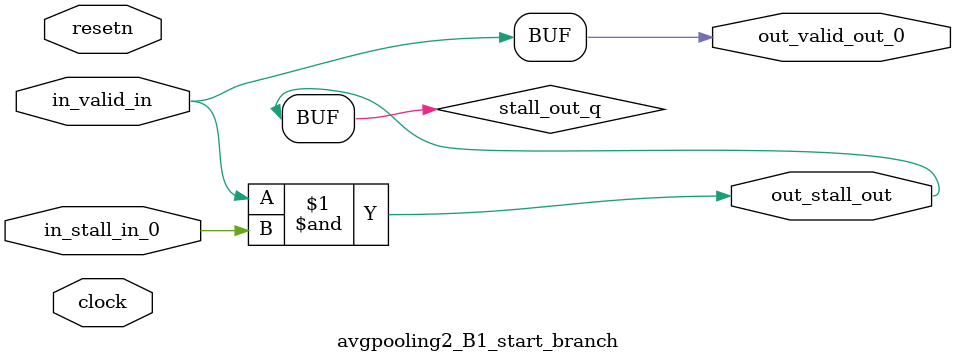
<source format=sv>



(* altera_attribute = "-name AUTO_SHIFT_REGISTER_RECOGNITION OFF; -name MESSAGE_DISABLE 10036; -name MESSAGE_DISABLE 10037; -name MESSAGE_DISABLE 14130; -name MESSAGE_DISABLE 14320; -name MESSAGE_DISABLE 15400; -name MESSAGE_DISABLE 14130; -name MESSAGE_DISABLE 10036; -name MESSAGE_DISABLE 12020; -name MESSAGE_DISABLE 12030; -name MESSAGE_DISABLE 12010; -name MESSAGE_DISABLE 12110; -name MESSAGE_DISABLE 14320; -name MESSAGE_DISABLE 13410; -name MESSAGE_DISABLE 113007; -name MESSAGE_DISABLE 10958" *)
module avgpooling2_B1_start_branch (
    input wire [0:0] in_stall_in_0,
    input wire [0:0] in_valid_in,
    output wire [0:0] out_stall_out,
    output wire [0:0] out_valid_out_0,
    input wire clock,
    input wire resetn
    );

    wire [0:0] stall_out_q;


    // stall_out(LOGICAL,6)
    assign stall_out_q = in_valid_in & in_stall_in_0;

    // out_stall_out(GPOUT,4)
    assign out_stall_out = stall_out_q;

    // out_valid_out_0(GPOUT,5)
    assign out_valid_out_0 = in_valid_in;

endmodule

</source>
